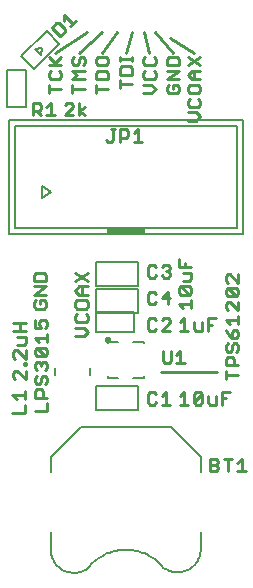
<source format=gto>
G75*
%MOIN*%
%OFA0B0*%
%FSLAX24Y24*%
%IPPOS*%
%LPD*%
%AMOC8*
5,1,8,0,0,1.08239X$1,22.5*
%
%ADD10C,0.0090*%
%ADD11C,0.0100*%
%ADD12C,0.0050*%
%ADD13R,0.1200X0.0200*%
%ADD14C,0.0060*%
%ADD15C,0.0223*%
%ADD16C,0.0080*%
D10*
X004127Y008607D02*
X004538Y008607D01*
X004538Y008880D01*
X004538Y009067D02*
X004538Y009341D01*
X004538Y009204D02*
X004127Y009204D01*
X004264Y009067D01*
X004227Y009724D02*
X004158Y009792D01*
X004158Y009929D01*
X004227Y009997D01*
X004295Y009997D01*
X004569Y009724D01*
X004569Y009997D01*
X004569Y010184D02*
X004569Y010253D01*
X004500Y010253D01*
X004500Y010184D01*
X004569Y010184D01*
X004569Y010414D02*
X004295Y010688D01*
X004227Y010688D01*
X004158Y010620D01*
X004158Y010483D01*
X004227Y010414D01*
X004569Y010414D02*
X004569Y010688D01*
X004500Y010875D02*
X004569Y010943D01*
X004569Y011148D01*
X004295Y011148D01*
X004364Y011335D02*
X004364Y011609D01*
X004569Y011609D02*
X004158Y011609D01*
X004158Y011335D02*
X004569Y011335D01*
X004885Y011418D02*
X005090Y011418D01*
X005022Y011554D01*
X005022Y011623D01*
X005090Y011691D01*
X005227Y011691D01*
X005295Y011623D01*
X005295Y011486D01*
X005227Y011418D01*
X005295Y011231D02*
X005295Y010957D01*
X005295Y011094D02*
X004885Y011094D01*
X005022Y010957D01*
X004953Y010770D02*
X005227Y010497D01*
X005295Y010565D01*
X005295Y010702D01*
X005227Y010770D01*
X004953Y010770D01*
X004885Y010702D01*
X004885Y010565D01*
X004953Y010497D01*
X005227Y010497D01*
X005227Y010310D02*
X005295Y010242D01*
X005295Y010105D01*
X005227Y010036D01*
X005227Y009850D02*
X005295Y009781D01*
X005295Y009644D01*
X005227Y009576D01*
X005090Y009644D02*
X005090Y009781D01*
X005158Y009850D01*
X005227Y009850D01*
X005090Y009644D02*
X005022Y009576D01*
X004953Y009576D01*
X004885Y009644D01*
X004885Y009781D01*
X004953Y009850D01*
X004953Y010036D02*
X004885Y010105D01*
X004885Y010242D01*
X004953Y010310D01*
X005022Y010310D01*
X005090Y010242D01*
X005158Y010310D01*
X005227Y010310D01*
X005090Y010242D02*
X005090Y010173D01*
X005090Y009389D02*
X004953Y009389D01*
X004885Y009321D01*
X004885Y009116D01*
X005295Y009116D01*
X005158Y009116D02*
X005158Y009321D01*
X005090Y009389D01*
X005295Y008929D02*
X005295Y008655D01*
X004885Y008655D01*
X004500Y010875D02*
X004295Y010875D01*
X004885Y011418D02*
X004885Y011691D01*
X004916Y012083D02*
X005189Y012083D01*
X005258Y012151D01*
X005258Y012288D01*
X005189Y012356D01*
X005053Y012356D01*
X005053Y012220D01*
X004916Y012356D02*
X004847Y012288D01*
X004847Y012151D01*
X004916Y012083D01*
X004847Y012543D02*
X005258Y012817D01*
X004847Y012817D01*
X004847Y013004D02*
X004847Y013209D01*
X004916Y013277D01*
X005189Y013277D01*
X005258Y013209D01*
X005258Y013004D01*
X004847Y013004D01*
X004847Y012543D02*
X005258Y012543D01*
X006225Y012680D02*
X006362Y012817D01*
X006636Y012817D01*
X006636Y013004D02*
X006225Y013277D01*
X006225Y013004D02*
X006636Y013277D01*
X006431Y012817D02*
X006431Y012543D01*
X006362Y012543D02*
X006225Y012680D01*
X006362Y012543D02*
X006636Y012543D01*
X006567Y012356D02*
X006294Y012356D01*
X006225Y012288D01*
X006225Y012151D01*
X006294Y012083D01*
X006567Y012083D01*
X006636Y012151D01*
X006636Y012288D01*
X006567Y012356D01*
X006567Y011896D02*
X006636Y011827D01*
X006636Y011691D01*
X006567Y011622D01*
X006294Y011622D01*
X006225Y011691D01*
X006225Y011827D01*
X006294Y011896D01*
X006225Y011435D02*
X006499Y011435D01*
X006636Y011299D01*
X006499Y011162D01*
X006225Y011162D01*
X008641Y011412D02*
X008709Y011344D01*
X008846Y011344D01*
X008915Y011412D01*
X009101Y011344D02*
X009375Y011617D01*
X009375Y011686D01*
X009307Y011754D01*
X009170Y011754D01*
X009101Y011686D01*
X008915Y011686D02*
X008846Y011754D01*
X008709Y011754D01*
X008641Y011686D01*
X008641Y011412D01*
X009101Y011344D02*
X009375Y011344D01*
X009724Y011344D02*
X009997Y011344D01*
X009861Y011344D02*
X009861Y011754D01*
X009724Y011617D01*
X009807Y012086D02*
X009670Y012223D01*
X010081Y012223D01*
X010081Y012086D02*
X010081Y012360D01*
X010012Y012546D02*
X009739Y012546D01*
X009670Y012615D01*
X009670Y012752D01*
X009739Y012820D01*
X010012Y012546D01*
X010081Y012615D01*
X010081Y012752D01*
X010012Y012820D01*
X009739Y012820D01*
X009807Y013007D02*
X010012Y013007D01*
X010081Y013075D01*
X010081Y013280D01*
X009807Y013280D01*
X009875Y013467D02*
X009875Y013604D01*
X009670Y013467D02*
X009670Y013741D01*
X009670Y013467D02*
X010081Y013467D01*
X009375Y013457D02*
X009375Y013389D01*
X009307Y013321D01*
X009375Y013252D01*
X009375Y013184D01*
X009307Y013115D01*
X009170Y013115D01*
X009101Y013184D01*
X008915Y013184D02*
X008846Y013115D01*
X008709Y013115D01*
X008641Y013184D01*
X008641Y013457D01*
X008709Y013526D01*
X008846Y013526D01*
X008915Y013457D01*
X009101Y013457D02*
X009170Y013526D01*
X009307Y013526D01*
X009375Y013457D01*
X009307Y013321D02*
X009238Y013321D01*
X009307Y012640D02*
X009101Y012435D01*
X009375Y012435D01*
X009307Y012230D02*
X009307Y012640D01*
X008915Y012572D02*
X008846Y012640D01*
X008709Y012640D01*
X008641Y012572D01*
X008641Y012298D01*
X008709Y012230D01*
X008846Y012230D01*
X008915Y012298D01*
X009133Y010671D02*
X009133Y010330D01*
X009202Y010261D01*
X009338Y010261D01*
X009407Y010330D01*
X009407Y010671D01*
X009594Y010535D02*
X009730Y010671D01*
X009730Y010261D01*
X009594Y010261D02*
X009867Y010261D01*
X009861Y009294D02*
X009861Y008883D01*
X009997Y008883D02*
X009724Y008883D01*
X009724Y009157D02*
X009861Y009294D01*
X010184Y009225D02*
X010184Y008952D01*
X010458Y009225D01*
X010458Y008952D01*
X010389Y008883D01*
X010253Y008883D01*
X010184Y008952D01*
X010184Y009225D02*
X010253Y009294D01*
X010389Y009294D01*
X010458Y009225D01*
X010645Y009157D02*
X010645Y008952D01*
X010713Y008883D01*
X010918Y008883D01*
X010918Y009157D01*
X011105Y009088D02*
X011242Y009088D01*
X011105Y008883D02*
X011105Y009294D01*
X011378Y009294D01*
X011245Y009724D02*
X011245Y009997D01*
X011245Y009861D02*
X011655Y009861D01*
X011655Y010184D02*
X011245Y010184D01*
X011245Y010389D01*
X011313Y010458D01*
X011450Y010458D01*
X011519Y010389D01*
X011519Y010184D01*
X011587Y010645D02*
X011655Y010713D01*
X011655Y010850D01*
X011587Y010918D01*
X011519Y010918D01*
X011450Y010850D01*
X011450Y010713D01*
X011382Y010645D01*
X011313Y010645D01*
X011245Y010713D01*
X011245Y010850D01*
X011313Y010918D01*
X011450Y011105D02*
X011313Y011242D01*
X011245Y011378D01*
X011382Y011565D02*
X011245Y011702D01*
X011655Y011702D01*
X011655Y011565D02*
X011655Y011839D01*
X011655Y012026D02*
X011382Y012299D01*
X011313Y012299D01*
X011245Y012231D01*
X011245Y012094D01*
X011313Y012026D01*
X011655Y012026D02*
X011655Y012299D01*
X011587Y012486D02*
X011313Y012760D01*
X011587Y012760D01*
X011655Y012691D01*
X011655Y012554D01*
X011587Y012486D01*
X011313Y012486D01*
X011245Y012554D01*
X011245Y012691D01*
X011313Y012760D01*
X011313Y012946D02*
X011245Y013015D01*
X011245Y013152D01*
X011313Y013220D01*
X011382Y013220D01*
X011655Y012946D01*
X011655Y013220D01*
X010918Y011754D02*
X010645Y011754D01*
X010645Y011344D01*
X010458Y011344D02*
X010458Y011617D01*
X010645Y011549D02*
X010781Y011549D01*
X010458Y011344D02*
X010253Y011344D01*
X010184Y011412D01*
X010184Y011617D01*
X011450Y011310D02*
X011450Y011105D01*
X011587Y011105D01*
X011655Y011173D01*
X011655Y011310D01*
X011587Y011378D01*
X011519Y011378D01*
X011450Y011310D01*
X009375Y008883D02*
X009101Y008883D01*
X009238Y008883D02*
X009238Y009294D01*
X009101Y009157D01*
X008915Y009225D02*
X008846Y009294D01*
X008709Y009294D01*
X008641Y009225D01*
X008641Y008952D01*
X008709Y008883D01*
X008846Y008883D01*
X008915Y008952D01*
X010706Y007083D02*
X010706Y006673D01*
X010912Y006673D01*
X010980Y006741D01*
X010980Y006809D01*
X010912Y006878D01*
X010706Y006878D01*
X010706Y007083D02*
X010912Y007083D01*
X010980Y007015D01*
X010980Y006946D01*
X010912Y006878D01*
X011167Y007083D02*
X011440Y007083D01*
X011304Y007083D02*
X011304Y006673D01*
X011627Y006673D02*
X011901Y006673D01*
X011764Y006673D02*
X011764Y007083D01*
X011627Y006946D01*
X008456Y017643D02*
X008182Y017643D01*
X008319Y017643D02*
X008319Y018053D01*
X008182Y017917D01*
X007995Y017985D02*
X007927Y018053D01*
X007722Y018053D01*
X007722Y017643D01*
X007722Y017780D02*
X007927Y017780D01*
X007995Y017848D01*
X007995Y017985D01*
X007535Y018053D02*
X007398Y018053D01*
X007467Y018053D02*
X007467Y017711D01*
X007398Y017643D01*
X007330Y017643D01*
X007261Y017711D01*
X006551Y018529D02*
X006346Y018666D01*
X006551Y018802D01*
X006346Y018939D02*
X006346Y018529D01*
X006159Y018529D02*
X005885Y018529D01*
X006159Y018802D01*
X006159Y018871D01*
X006090Y018939D01*
X005954Y018939D01*
X005885Y018871D01*
X006127Y019268D02*
X006127Y019541D01*
X006127Y019405D02*
X006537Y019405D01*
X006537Y019728D02*
X006127Y019728D01*
X006264Y019865D01*
X006127Y020002D01*
X006537Y020002D01*
X006469Y020189D02*
X006537Y020257D01*
X006537Y020394D01*
X006469Y020462D01*
X006401Y020462D01*
X006332Y020394D01*
X006332Y020257D01*
X006264Y020189D01*
X006195Y020189D01*
X006127Y020257D01*
X006127Y020394D01*
X006195Y020462D01*
X005750Y020462D02*
X005545Y020257D01*
X005613Y020189D02*
X005340Y020462D01*
X005340Y020189D02*
X005750Y020189D01*
X005681Y020002D02*
X005750Y019933D01*
X005750Y019797D01*
X005681Y019728D01*
X005408Y019728D01*
X005340Y019797D01*
X005340Y019933D01*
X005408Y020002D01*
X005340Y019541D02*
X005340Y019268D01*
X005340Y019405D02*
X005750Y019405D01*
X005400Y018939D02*
X005400Y018529D01*
X005536Y018529D02*
X005263Y018529D01*
X005076Y018529D02*
X004939Y018666D01*
X005008Y018666D02*
X004802Y018666D01*
X004802Y018529D02*
X004802Y018939D01*
X005008Y018939D01*
X005076Y018871D01*
X005076Y018734D01*
X005008Y018666D01*
X005263Y018802D02*
X005400Y018939D01*
X006914Y019268D02*
X006914Y019541D01*
X006914Y019405D02*
X007325Y019405D01*
X007325Y019728D02*
X007325Y019933D01*
X007256Y020002D01*
X006983Y020002D01*
X006914Y019933D01*
X006914Y019728D01*
X007325Y019728D01*
X007256Y020189D02*
X007325Y020257D01*
X007325Y020394D01*
X007256Y020462D01*
X006983Y020462D01*
X006914Y020394D01*
X006914Y020257D01*
X006983Y020189D01*
X007256Y020189D01*
X007702Y020087D02*
X007702Y019882D01*
X008112Y019882D01*
X008112Y020087D01*
X008044Y020155D01*
X007770Y020155D01*
X007702Y020087D01*
X007702Y020342D02*
X007702Y020479D01*
X007702Y020410D02*
X008112Y020410D01*
X008112Y020342D02*
X008112Y020479D01*
X008489Y020394D02*
X008489Y020257D01*
X008558Y020189D01*
X008831Y020189D01*
X008899Y020257D01*
X008899Y020394D01*
X008831Y020462D01*
X008831Y020002D02*
X008899Y019933D01*
X008899Y019797D01*
X008831Y019728D01*
X008558Y019728D01*
X008489Y019797D01*
X008489Y019933D01*
X008558Y020002D01*
X008489Y020394D02*
X008558Y020462D01*
X008489Y019541D02*
X008763Y019541D01*
X008899Y019405D01*
X008763Y019268D01*
X008489Y019268D01*
X008112Y019558D02*
X007702Y019558D01*
X007702Y019421D02*
X007702Y019695D01*
X009277Y019728D02*
X009687Y020002D01*
X009277Y020002D01*
X009277Y020189D02*
X009277Y020394D01*
X009345Y020462D01*
X009618Y020462D01*
X009687Y020394D01*
X009687Y020189D01*
X009277Y020189D01*
X009277Y019728D02*
X009687Y019728D01*
X009618Y019541D02*
X009482Y019541D01*
X009482Y019405D01*
X009618Y019541D02*
X009687Y019473D01*
X009687Y019336D01*
X009618Y019268D01*
X009345Y019268D01*
X009277Y019336D01*
X009277Y019473D01*
X009345Y019541D01*
X009966Y019473D02*
X009966Y019336D01*
X010034Y019268D01*
X010307Y019268D01*
X010376Y019336D01*
X010376Y019473D01*
X010307Y019541D01*
X010034Y019541D01*
X009966Y019473D01*
X010102Y019728D02*
X009966Y019865D01*
X010102Y020002D01*
X010376Y020002D01*
X010376Y020189D02*
X009966Y020462D01*
X009966Y020189D02*
X010376Y020462D01*
X010171Y020002D02*
X010171Y019728D01*
X010102Y019728D02*
X010376Y019728D01*
X010307Y019081D02*
X010376Y019013D01*
X010376Y018876D01*
X010307Y018807D01*
X010034Y018807D01*
X009966Y018876D01*
X009966Y019013D01*
X010034Y019081D01*
X009966Y018621D02*
X010239Y018621D01*
X010376Y018484D01*
X010239Y018347D01*
X009966Y018347D01*
X006243Y021679D02*
X006049Y021485D01*
X006146Y021582D02*
X005856Y021872D01*
X005856Y021679D01*
X005675Y021595D02*
X005579Y021595D01*
X005433Y021450D01*
X005724Y021160D01*
X005869Y021305D01*
X005869Y021402D01*
X005675Y021595D01*
D11*
X005545Y020604D02*
X006628Y021293D01*
X007120Y021293D02*
X006332Y020604D01*
X007120Y020604D02*
X007612Y021293D01*
X008104Y021293D02*
X007907Y020604D01*
X008694Y020604D02*
X008498Y021293D01*
X008891Y021293D02*
X009482Y020604D01*
X009383Y021096D02*
X010171Y020604D01*
X010958Y009974D02*
X009088Y009974D01*
D12*
X008312Y009488D02*
X008312Y008688D01*
X006912Y008688D01*
X006912Y009488D01*
X008312Y009488D01*
X008166Y011306D02*
X006916Y011306D01*
X006916Y011956D01*
X008166Y011956D01*
X008166Y011306D01*
X008312Y011936D02*
X006912Y011936D01*
X006912Y012736D01*
X008312Y012736D01*
X008312Y011936D01*
X008312Y012822D02*
X006912Y012822D01*
X006912Y013622D01*
X008312Y013622D01*
X008312Y012822D01*
X008507Y014570D02*
X007307Y014570D01*
X007307Y014770D01*
X008507Y014770D01*
X008507Y014570D01*
X011807Y014570D01*
X011807Y018370D01*
X004007Y018370D01*
X004007Y014570D01*
X007307Y014570D01*
X007307Y014770D02*
X004207Y014770D01*
X004207Y018170D01*
X011607Y018170D01*
X011607Y014770D01*
X008507Y014770D01*
X005407Y015970D02*
X005107Y016170D01*
X005107Y015770D01*
X005407Y015970D01*
X004590Y018798D02*
X003940Y018798D01*
X003940Y020048D01*
X004590Y020048D01*
X004590Y018798D01*
X004841Y020066D02*
X004416Y020490D01*
X005265Y021339D01*
X005689Y020914D01*
X004841Y020066D01*
X005088Y020526D02*
X005123Y020773D01*
X004876Y020738D01*
X005088Y020526D01*
X005545Y010092D02*
X005545Y009856D01*
X006726Y009856D02*
X006726Y010092D01*
D13*
X007907Y014670D03*
D14*
X007651Y010958D02*
X007317Y010958D01*
X007317Y010919D01*
X008163Y010958D02*
X008498Y010958D01*
X008498Y010919D01*
X008498Y009817D02*
X008498Y009777D01*
X008163Y009777D01*
X007651Y009777D02*
X007317Y009777D01*
X007317Y009817D01*
D15*
X007317Y011037D03*
D16*
X005407Y004643D02*
X005407Y004043D01*
X005409Y003989D01*
X005415Y003936D01*
X005424Y003883D01*
X005437Y003830D01*
X005454Y003779D01*
X005474Y003729D01*
X005498Y003680D01*
X005525Y003634D01*
X005555Y003589D01*
X005589Y003547D01*
X005625Y003507D01*
X005664Y003469D01*
X005706Y003435D01*
X005749Y003403D01*
X005795Y003375D01*
X005843Y003350D01*
X005893Y003328D01*
X005944Y003310D01*
X005996Y003295D01*
X006048Y003285D01*
X006102Y003278D01*
X006156Y003274D01*
X006210Y003275D01*
X006264Y003279D01*
X006317Y003287D01*
X006370Y003299D01*
X006422Y003314D01*
X006472Y003333D01*
X006521Y003356D01*
X006569Y003382D01*
X006614Y003411D01*
X006657Y003443D01*
X006708Y003504D01*
X006763Y003562D01*
X006820Y003618D01*
X006880Y003670D01*
X006942Y003720D01*
X007007Y003766D01*
X007074Y003809D01*
X007143Y003849D01*
X007214Y003885D01*
X007286Y003918D01*
X007361Y003947D01*
X007436Y003972D01*
X007513Y003994D01*
X007590Y004011D01*
X007669Y004025D01*
X007748Y004035D01*
X007827Y004041D01*
X007907Y004043D01*
X007987Y004041D01*
X008066Y004035D01*
X008145Y004025D01*
X008224Y004011D01*
X008301Y003994D01*
X008378Y003972D01*
X008453Y003947D01*
X008528Y003918D01*
X008600Y003885D01*
X008671Y003849D01*
X008740Y003809D01*
X008807Y003766D01*
X008872Y003720D01*
X008934Y003670D01*
X008994Y003618D01*
X009051Y003562D01*
X009106Y003504D01*
X009157Y003443D01*
X009158Y003444D02*
X009203Y003413D01*
X009250Y003386D01*
X009299Y003362D01*
X009350Y003341D01*
X009402Y003324D01*
X009455Y003311D01*
X009509Y003301D01*
X009563Y003295D01*
X009618Y003293D01*
X009672Y003295D01*
X009727Y003300D01*
X009781Y003309D01*
X009834Y003322D01*
X009886Y003339D01*
X009937Y003359D01*
X009986Y003383D01*
X010034Y003410D01*
X010079Y003440D01*
X010122Y003473D01*
X010163Y003510D01*
X010202Y003549D01*
X010237Y003590D01*
X010270Y003634D01*
X010299Y003680D01*
X010325Y003728D01*
X010348Y003778D01*
X010367Y003829D01*
X010383Y003882D01*
X010395Y003935D01*
X010403Y003989D01*
X010407Y004043D01*
X010407Y004643D01*
X010407Y006643D02*
X010407Y007143D01*
X009407Y008143D01*
X006407Y008143D01*
X005407Y007143D01*
X005407Y006643D01*
M02*

</source>
